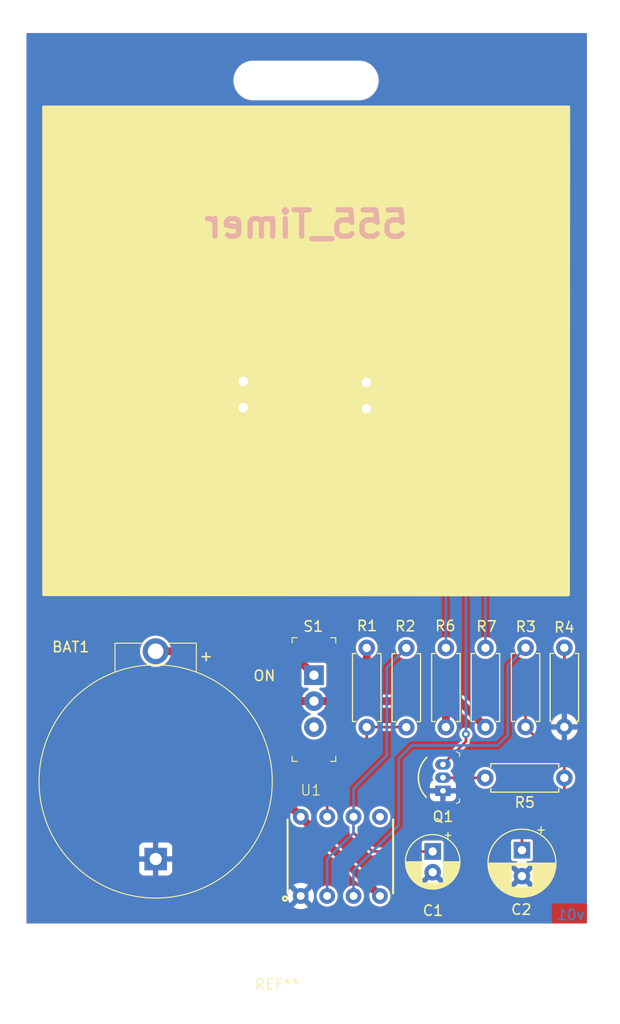
<source format=kicad_pcb>
(kicad_pcb (version 20221018) (generator pcbnew)
  (title_block (title "555_Timer") (rev "v01") (comment 2 "creativecommons.org/licenses/by/4.0/") (comment 3 "License: CC BY 4.0") (comment 4 "Author: PM"))
  (layers (0 "F.Cu" signal) (31 "B.Cu" signal) (34 "B.Paste" user) (35 "F.Paste" user) (36 "B.SilkS" user "B.Silkscreen") (37 "F.SilkS" user "F.Silkscreen") (38 "B.Mask" user) (39 "F.Mask" user) (44 "Edge.Cuts" user))
  (net 0 "")
  (net 1 "GND")
  (net 2 "Net-(BAT1-PadPos)")
  (net 3 "Net-(U1-THRESH)")
  (net 4 "Net-(C2-Pad1)")
  (net 5 "Net-(D1-K)")
  (net 6 "Net-(D1-A)")
  (net 7 "Net-(D2-A)")
  (net 8 "Net-(Q1-B)")
  (net 9 "VCC")
  (net 10 "Net-(U1-DIS)")
  (net 11 "Net-(U1-OUT)")
  (footprint "Resistor_THT:R_Axial_DIN0207_L6.3mm_D2.5mm_P7.62mm_Horizontal" (layer "F.Cu") (at 163.576 108.1024 90)
    (fp_text reference "R2" (at 9.7282 -0.1016 180) (layer "F.SilkS"))
    (fp_text value "330k")
    (fp_line (start 0.54 -1.37) (end 7.08 -1.37) (stroke (width 0.12)) (layer "F.SilkS"))
    (fp_line (start 0.54 -1.04) (end 0.54 -1.37) (stroke (width 0.12)) (layer "F.SilkS"))
    (fp_line (start 0.54 1.04) (end 0.54 1.37) (stroke (width 0.12)) (layer "F.SilkS"))
    (fp_line (start 0.54 1.37) (end 7.08 1.37) (stroke (width 0.12)) (layer "F.SilkS"))
    (fp_line (start 7.08 -1.37) (end 7.08 -1.04) (stroke (width 0.12)) (layer "F.SilkS"))
    (fp_line (start 7.08 1.37) (end 7.08 1.04) (stroke (width 0.12)) (layer "F.SilkS"))
    (pad "1" thru_hole circle (at 0 0 90) (size 1.6 1.6) (drill 0.8) (layers "*.Cu" "*.Mask") (net 10 "Net-(U1-DIS)"))
    (pad "2" thru_hole oval (at 7.62 0 90) (size 1.6 1.6) (drill 0.8) (layers "*.Cu" "*.Mask") (net 3 "Net-(U1-THRESH)"))
  )
  (footprint "Capacitor_THT:CP_Radial_D5.0mm_P2.00mm" (layer "F.Cu") (at 166.116 120.0597 -90)
    (fp_text reference "C1" (at 5.6957 -0.0254 -180) (layer "F.SilkS"))
    (fp_text value "10uF")
    (fp_line (start -1.804775 -1.475) (end -1.304775 -1.475) (stroke (width 0.12)) (layer "F.SilkS"))
    (fp_line (start -1.554775 -1.725) (end -1.554775 -1.225) (stroke (width 0.12)) (layer "F.SilkS"))
    (fp_line (start 1 -2.58) (end 1 -1.04) (stroke (width 0.12)) (layer "F.SilkS"))
    (fp_line (start 1 1.04) (end 1 2.58) (stroke (width 0.12)) (layer "F.SilkS"))
    (fp_line (start 1.04 -2.58) (end 1.04 -1.04) (stroke (width 0.12)) (layer "F.SilkS"))
    (fp_line (start 1.04 1.04) (end 1.04 2.58) (stroke (width 0.12)) (layer "F.SilkS"))
    (fp_line (start 1.08 -2.579) (end 1.08 -1.04) (stroke (width 0.12)) (layer "F.SilkS"))
    (fp_line (start 1.08 1.04) (end 1.08 2.579) (stroke (width 0.12)) (layer "F.SilkS"))
    (fp_line (start 1.12 -2.578) (end 1.12 -1.04) (stroke (width 0.12)) (layer "F.SilkS"))
    (fp_line (start 1.12 1.04) (end 1.12 2.578) (stroke (width 0.12)) (layer "F.SilkS"))
    (fp_line (start 1.16 -2.576) (end 1.16 -1.04) (stroke (width 0.12)) (layer "F.SilkS"))
    (fp_line (start 1.16 1.04) (end 1.16 2.576) (stroke (width 0.12)) (layer "F.SilkS"))
    (fp_line (start 1.2 -2.573) (end 1.2 -1.04) (stroke (width 0.12)) (layer "F.SilkS"))
    (fp_line (start 1.2 1.04) (end 1.2 2.573) (stroke (width 0.12)) (layer "F.SilkS"))
    (fp_line (start 1.24 -2.569) (end 1.24 -1.04) (stroke (width 0.12)) (layer "F.SilkS"))
    (fp_line (start 1.24 1.04) (end 1.24 2.569) (stroke (width 0.12)) (layer "F.SilkS"))
    (fp_line (start 1.28 -2.565) (end 1.28 -1.04) (stroke (width 0.12)) (layer "F.SilkS"))
    (fp_line (start 1.28 1.04) (end 1.28 2.565) (stroke (width 0.12)) (layer "F.SilkS"))
    (fp_line (start 1.32 -2.561) (end 1.32 -1.04) (stroke (width 0.12)) (layer "F.SilkS"))
    (fp_line (start 1.32 1.04) (end 1.32 2.561) (stroke (width 0.12)) (layer "F.SilkS"))
    (fp_line (start 1.36 -2.556) (end 1.36 -1.04) (stroke (width 0.12)) (layer "F.SilkS"))
    (fp_line (start 1.36 1.04) (end 1.36 2.556) (stroke (width 0.12)) (layer "F.SilkS"))
    (fp_line (start 1.4 -2.55) (end 1.4 -1.04) (stroke (width 0.12)) (layer "F.SilkS"))
    (fp_line (start 1.4 1.04) (end 1.4 2.55) (stroke (width 0.12)) (layer "F.SilkS"))
    (fp_line (start 1.44 -2.543) (end 1.44 -1.04) (stroke (width 0.12)) (layer "F.SilkS"))
    (fp_line (start 1.44 1.04) (end 1.44 2.543) (stroke (width 0.12)) (layer "F.SilkS"))
    (fp_line (start 1.48 -2.536) (end 1.48 -1.04) (stroke (width 0.12)) (layer "F.SilkS"))
    (fp_line (start 1.48 1.04) (end 1.48 2.536) (stroke (width 0.12)) (layer "F.SilkS"))
    (fp_line (start 1.52 -2.528) (end 1.52 -1.04) (stroke (width 0.12)) (layer "F.SilkS"))
    (fp_line (start 1.52 1.04) (end 1.52 2.528) (stroke (width 0.12)) (layer "F.SilkS"))
    (fp_line (start 1.56 -2.52) (end 1.56 -1.04) (stroke (width 0.12)) (layer "F.SilkS"))
    (fp_line (start 1.56 1.04) (end 1.56 2.52) (stroke (width 0.12)) (layer "F.SilkS"))
    (fp_line (start 1.6 -2.511) (end 1.6 -1.04) (stroke (width 0.12)) (layer "F.SilkS"))
    (fp_line (start 1.6 1.04) (end 1.6 2.511) (stroke (width 0.12)) (layer "F.SilkS"))
    (fp_line (start 1.64 -2.501) (end 1.64 -1.04) (stroke (width 0.12)) (layer "F.SilkS"))
    (fp_line (start 1.64 1.04) (end 1.64 2.501) (stroke (width 0.12)) (layer "F.SilkS"))
    (fp_line (start 1.68 -2.491) (end 1.68 -1.04) (stroke (width 0.12)) (layer "F.SilkS"))
    (fp_line (start 1.68 1.04) (end 1.68 2.491) (stroke (width 0.12)) (layer "F.SilkS"))
    (fp_line (start 1.721 -2.48) (end 1.721 -1.04) (stroke (width 0.12)) (layer "F.SilkS"))
    (fp_line (start 1.721 1.04) (end 1.721 2.48) (stroke (width 0.12)) (layer "F.SilkS"))
    (fp_line (start 1.761 -2.468) (end 1.761 -1.04) (stroke (width 0.12)) (layer "F.SilkS"))
    (fp_line (start 1.761 1.04) (end 1.761 2.468) (stroke (width 0.12)) (layer "F.SilkS"))
    (fp_line (start 1.801 -2.455) (end 1.801 -1.04) (stroke (width 0.12)) (layer "F.SilkS"))
    (fp_line (start 1.801 1.04) (end 1.801 2.455) (stroke (width 0.12)) (layer "F.SilkS"))
    (fp_line (start 1.841 -2.442) (end 1.841 -1.04) (stroke (width 0.12)) (layer "F.SilkS"))
    (fp_line (start 1.841 1.04) (end 1.841 2.442) (stroke (width 0.12)) (layer "F.SilkS"))
    (fp_line (start 1.881 -2.428) (end 1.881 -1.04) (stroke (width 0.12)) (layer "F.SilkS"))
    (fp_line (start 1.881 1.04) (end 1.881 2.428) (stroke (width 0.12)) (layer "F.SilkS"))
    (fp_line (start 1.921 -2.414) (end 1.921 -1.04) (stroke (width 0.12)) (layer "F.SilkS"))
    (fp_line (start 1.921 1.04) (end 1.921 2.414) (stroke (width 0.12)) (layer "F.SilkS"))
    (fp_line (start 1.961 -2.398) (end 1.961 -1.04) (stroke (width 0.12)) (layer "F.SilkS"))
    (fp_line (start 1.961 1.04) (end 1.961 2.398) (stroke (width 0.12)) (layer "F.SilkS"))
    (fp_line (start 2.001 -2.382) (end 2.001 -1.04) (stroke (width 0.12)) (layer "F.SilkS"))
    (fp_line (start 2.001 1.04) (end 2.001 2.382) (stroke (width 0.12)) (layer "F.SilkS"))
    (fp_line (start 2.041 -2.365) (end 2.041 -1.04) (stroke (width 0.12)) (layer "F.SilkS"))
    (fp_line (start 2.041 1.04) (end 2.041 2.365) (stroke (width 0.12)) (layer "F.SilkS"))
    (fp_line (start 2.081 -2.348) (end 2.081 -1.04) (stroke (width 0.12)) (layer "F.SilkS"))
    (fp_line (start 2.081 1.04) (end 2.081 2.348) (stroke (width 0.12)) (layer "F.SilkS"))
    (fp_line (start 2.121 -2.329) (end 2.121 -1.04) (stroke (width 0.12)) (layer "F.SilkS"))
    (fp_line (start 2.121 1.04) (end 2.121 2.329) (stroke (width 0.12)) (layer "F.SilkS"))
    (fp_line (start 2.161 -2.31) (end 2.161 -1.04) (stroke (width 0.12)) (layer "F.SilkS"))
    (fp_line (start 2.161 1.04) (end 2.161 2.31) (stroke (width 0.12)) (layer "F.SilkS"))
    (fp_line (start 2.201 -2.29) (end 2.201 -1.04) (stroke (width 0.12)) (layer "F.SilkS"))
    (fp_line (start 2.201 1.04) (end 2.201 2.29) (stroke (width 0.12)) (layer "F.SilkS"))
    (fp_line (start 2.241 -2.268) (end 2.241 -1.04) (stroke (width 0.12)) (layer "F.SilkS"))
    (fp_line (start 2.241 1.04) (end 2.241 2.268) (stroke (width 0.12)) (layer "F.SilkS"))
    (fp_line (start 2.281 -2.247) (end 2.281 -1.04) (stroke (width 0.12)) (layer "F.SilkS"))
    (fp_line (start 2.281 1.04) (end 2.281 2.247) (stroke (width 0.12)) (layer "F.SilkS"))
    (fp_line (start 2.321 -2.224) (end 2.321 -1.04) (stroke (width 0.12)) (layer "F.SilkS"))
    (fp_line (start 2.321 1.04) (end 2.321 2.224) (stroke (width 0.12)) (layer "F.SilkS"))
    (fp_line (start 2.361 -2.2) (end 2.361 -1.04) (stroke (width 0.12)) (layer "F.SilkS"))
    (fp_line (start 2.361 1.04) (end 2.361 2.2) (stroke (width 0.12)) (layer "F.SilkS"))
    (fp_line (start 2.401 -2.175) (end 2.401 -1.04) (stroke (width 0.12)) (layer "F.SilkS"))
    (fp_line (start 2.401 1.04) (end 2.401 2.175) (stroke (width 0.12)) (layer "F.SilkS"))
    (fp_line (start 2.441 -2.149) (end 2.441 -1.04) (stroke (width 0.12)) (layer "F.SilkS"))
    (fp_line (start 2.441 1.04) (end 2.441 2.149) (stroke (width 0.12)) (layer "F.SilkS"))
    (fp_line (start 2.481 -2.122) (end 2.481 -1.04) (stroke (width 0.12)) (layer "F.SilkS"))
    (fp_line (start 2.481 1.04) (end 2.481 2.122) (stroke (width 0.12)) (layer "F.SilkS"))
    (fp_line (start 2.521 -2.095) (end 2.521 -1.04) (stroke (width 0.12)) (layer "F.SilkS"))
    (fp_line (start 2.521 1.04) (end 2.521 2.095) (stroke (width 0.12)) (layer "F.SilkS"))
    (fp_line (start 2.561 -2.065) (end 2.561 -1.04) (stroke (width 0.12)) (layer "F.SilkS"))
    (fp_line (start 2.561 1.04) (end 2.561 2.065) (stroke (width 0.12)) (layer "F.SilkS"))
    (fp_line (start 2.601 -2.035) (end 2.601 -1.04) (stroke (width 0.12)) (layer "F.SilkS"))
    (fp_line (start 2.601 1.04) (end 2.601 2.035) (stroke (width 0.12)) (layer "F.SilkS"))
    (fp_line (start 2.641 -2.004) (end 2.641 -1.04) (stroke (width 0.12)) (layer "F.SilkS"))
    (fp_line (start 2.641 1.04) (end 2.641 2.004) (stroke (width 0.12)) (layer "F.SilkS"))
    (fp_line (start 2.681 -1.971) (end 2.681 -1.04) (stroke (width 0.12)) (layer "F.SilkS"))
    (fp_line (start 2.681 1.04) (end 2.681 1.971) (stroke (width 0.12)) (layer "F.SilkS"))
    (fp_line (start 2.721 -1.937) (end 2.721 -1.04) (stroke (width 0.12)) (layer "F.SilkS"))
    (fp_line (start 2.721 1.04) (end 2.721 1.937) (stroke (width 0.12)) (layer "F.SilkS"))
    (fp_line (start 2.761 -1.901) (end 2.761 -1.04) (stroke (width 0.12)) (layer "F.SilkS"))
    (fp_line (start 2.761 1.04) (end 2.761 1.901) (stroke (width 0.12)) (layer "F.SilkS"))
    (fp_line (start 2.801 -1.864) (end 2.801 -1.04) (stroke (width 0.12)) (layer "F.SilkS"))
    (fp_line (start 2.801 1.04) (end 2.801 1.864) (stroke (width 0.12)) (layer "F.SilkS"))
    (fp_line (start 2.841 -1.826) (end 2.841 -1.04) (stroke (width 0.12)) (layer "F.SilkS"))
    (fp_line (start 2.841 1.04) (end 2.841 1.826) (stroke (width 0.12)) (layer "F.SilkS"))
    (fp_line (start 2.881 -1.785) (end 2.881 -1.04) (stroke (width 0.12)) (layer "F.SilkS"))
    (fp_line (start 2.881 1.04) (end 2.881 1.785) (stroke (width 0.12)) (layer "F.SilkS"))
    (fp_line (start 2.921 -1.743) (end 2.921 -1.04) (stroke (width 0.12)) (layer "F.SilkS"))
    (fp_line (start 2.921 1.04) (end 2.921 1.743) (stroke (width 0.12)) (layer "F.SilkS"))
    (fp_line (start 2.961 -1.699) (end 2.961 -1.04) (stroke (width 0.12)) (layer "F.SilkS"))
    (fp_line (start 2.961 1.04) (end 2.961 1.699) (stroke (width 0.12)) (layer "F.SilkS"))
    (fp_line (start 3.001 -1.653) (end 3.001 -1.04) (stroke (width 0.12)) (layer "F.SilkS"))
    (fp_line (start 3.001 1.04) (end 3.001 1.653) (stroke (width 0.12)) (layer "F.SilkS"))
    (fp_line (start 3.041 -1.605) (end 3.041 1.605) (stroke (width 0.12)) (layer "F.SilkS"))
    (fp_line (start 3.081 -1.554) (end 3.081 1.554) (stroke (width 0.12)) (layer "F.SilkS"))
    (fp_line (start 3.121 -1.5) (end 3.121 1.5) (stroke (width 0.12)) (layer "F.SilkS"))
    (fp_line (start 3.161 -1.443) (end 3.161 1.443) (stroke (width 0.12)) (layer "F.SilkS"))
    (fp_line (start 3.201 -1.383) (end 3.201 1.383) (stroke (width 0.12)) (layer "F.SilkS"))
    (fp_line (start 3.241 -1.319) (end 3.241 1.319) (stroke (width 0.12)) (layer "F.SilkS"))
    (fp_line (start 3.281 -1.251) (end 3.281 1.251) (stroke (width 0.12)) (layer "F.SilkS"))
    (fp_line (start 3.321 -1.178) (end 3.321 1.178) (stroke (width 0.12)) (layer "F.SilkS"))
    (fp_line (start 3.361 -1.098) (end 3.361 1.098) (stroke (width 0.12)) (layer "F.SilkS"))
    (fp_line (start 3.401 -1.011) (end 3.401 1.011) (stroke (width 0.12)) (layer "F.SilkS"))
    (fp_line (start 3.441 -0.915) (end 3.441 0.915) (stroke (width 0.12)) (layer "F.SilkS"))
    (fp_line (start 3.481 -0.805) (end 3.481 0.805) (stroke (width 0.12)) (layer "F.SilkS"))
    (fp_line (start 3.521 -0.677) (end 3.521 0.677) (stroke (width 0.12)) (layer "F.SilkS"))
    (fp_line (start 3.561 -0.518) (end 3.561 0.518) (stroke (width 0.12)) (layer "F.SilkS"))
    (fp_line (start 3.601 -0.284) (end 3.601 0.284) (stroke (width 0.12)) (layer "F.SilkS"))
    (fp_circle (center 1 0) (end 3.62 0) (stroke (width 0.12)) (fill none) (layer "F.SilkS"))
    (pad "1" thru_hole rect (at 0 0 270) (size 1.6 1.6) (drill 0.8) (layers "*.Cu" "*.Mask") (net 3 "Net-(U1-THRESH)"))
    (pad "2" thru_hole circle (at 2 0 270) (size 1.6 1.6) (drill 0.8) (layers "*.Cu" "*.Mask") (net 1 "GND"))
  )
  (footprint "555_Timer:ICM7555-PDIP" (layer "F.Cu") (at 157.226 120.5357)
    (fp_text reference "U1" (at -2.8448 -6.3627 unlocked) (layer "F.SilkS") (effects (font (thickness 0.1))))
    (fp_text value "7555")
    (fp_line (start -5.08 -2.54) (end -5.08 2.54) (stroke (width 0.1)) (layer "F.SilkS"))
    (fp_line (start -5.08 3.556) (end -5.08 -3.556) (stroke (width 0.2032)) (layer "F.SilkS"))
    (fp_line (start 5.08 -3.556) (end 5.08 3.556) (stroke (width 0.2032)) (layer "F.SilkS"))
    (fp_circle (center -5.334 4.064) (end -5.1308 4.064) (stroke (width 0.2032)) (fill none) (layer "F.SilkS"))
    (pad "1" thru_hole circle (at -3.81 3.81) (size 1.524 1.524) (drill 0.762) (layers "*.Cu" "*.Mask") (net 1 "GND"))
    (pad "2" thru_hole circle (at -1.27 3.81) (size 1.524 1.524) (drill 0.762) (layers "*.Cu" "*.Mask") (net 3 "Net-(U1-THRESH)"))
    (pad "3" thru_hole circle (at 1.27 3.81) (size 1.524 1.524) (drill 0.762) (layers "*.Cu" "*.Mask") (net 11 "Net-(U1-OUT)"))
    (pad "4" thru_hole circle (at 3.81 3.81) (size 1.524 1.524) (drill 0.762) (layers "*.Cu" "*.Mask") (net 9 "VCC"))
    (pad "5" thru_hole circle (at 3.81 -3.81) (size 1.524 1.524) (drill 0.762) (layers "*.Cu" "*.Mask"))
    (pad "6" thru_hole circle (at 1.27 -3.81) (size 1.524 1.524) (drill 0.762) (layers "*.Cu" "*.Mask") (net 3 "Net-(U1-THRESH)"))
    (pad "7" thru_hole circle (at -1.27 -3.81) (size 1.524 1.524) (drill 0.762) (layers "*.Cu" "*.Mask") (net 10 "Net-(U1-DIS)"))
    (pad "8" thru_hole circle (at -3.81 -3.81) (size 1.524 1.524) (drill 0.762) (layers "*.Cu" "*.Mask") (net 9 "VCC"))
  )
  (footprint "LED_THT:LED_D3.0mm" (layer "F.Cu") (at 147.8788 77.343 90)
    (fp_text reference "D1" (at 1.27 -2.96 90) (layer "F.SilkS"))
    (fp_text value "RED")
    (fp_line (start -0.29 -1.236) (end -0.29 -1.08) (stroke (width 0.12)) (layer "F.SilkS"))
    (fp_line (start -0.29 1.08) (end -0.29 1.236) (stroke (width 0.12)) (layer "F.SilkS"))
    (fp_arc (start -0.29 -1.235516) (mid 1.366487 -1.987659) (end 2.942335 -1.078608) (stroke (width 0.12)) (layer "F.SilkS"))
    (fp_arc (start 0.229039 -1.08) (mid 1.270117 -1.5) (end 2.31113 -1.079837) (stroke (width 0.12)) (layer "F.SilkS"))
    (fp_arc (start 2.31113 1.079837) (mid 1.270117 1.5) (end 0.229039 1.08) (stroke (width 0.12)) (layer "F.SilkS"))
    (fp_arc (start 2.942335 1.078608) (mid 1.366487 1.987659) (end -0.29 1.235516) (stroke (width 0.12)) (layer "F.SilkS"))
    (pad "1" thru_hole rect (at 0 0 90) (size 1.8 1.8) (drill 0.9) (layers "*.Cu" "*.Mask") (net 5 "Net-(D1-K)"))
    (pad "2" thru_hole circle (at 2.54 0 90) (size 1.8 1.8) (drill 0.9) (layers "*.Cu" "*.Mask") (net 6 "Net-(D1-A)"))
  )
  (footprint "Resistor_THT:R_Axial_DIN0207_L6.3mm_D2.5mm_P7.62mm_Horizontal" (layer "F.Cu") (at 159.766 100.4697 -90)
    (fp_text reference "R1" (at -2.1209 -0.0254 -180) (layer "F.SilkS"))
    (fp_text value "22k")
    (fp_line (start 0.54 -1.37) (end 7.08 -1.37) (stroke (width 0.12)) (layer "F.SilkS"))
    (fp_line (start 0.54 -1.04) (end 0.54 -1.37) (stroke (width 0.12)) (layer "F.SilkS"))
    (fp_line (start 0.54 1.04) (end 0.54 1.37) (stroke (width 0.12)) (layer "F.SilkS"))
    (fp_line (start 0.54 1.37) (end 7.08 1.37) (stroke (width 0.12)) (layer "F.SilkS"))
    (fp_line (start 7.08 -1.37) (end 7.08 -1.04) (stroke (width 0.12)) (layer "F.SilkS"))
    (fp_line (start 7.08 1.37) (end 7.08 1.04) (stroke (width 0.12)) (layer "F.SilkS"))
    (pad "1" thru_hole circle (at 0 0 270) (size 1.6 1.6) (drill 0.8) (layers "*.Cu" "*.Mask") (net 9 "VCC"))
    (pad "2" thru_hole oval (at 7.62 0 270) (size 1.6 1.6) (drill 0.8) (layers "*.Cu" "*.Mask") (net 10 "Net-(U1-DIS)"))
  )
  (footprint "Capacitor_THT:CP_Radial_D6.3mm_P2.50mm" (layer "F.Cu") (at 174.7104 119.9374 -90)
    (fp_text reference "C2" (at 5.7164 0.06 -180) (layer "F.SilkS"))
    (fp_text value "100uF")
    (fp_line (start -2.250241 -1.839) (end -1.620241 -1.839) (stroke (width 0.12)) (layer "F.SilkS"))
    (fp_line (start -1.935241 -2.154) (end -1.935241 -1.524) (stroke (width 0.12)) (layer "F.SilkS"))
    (fp_line (start 1.25 -3.23) (end 1.25 3.23) (stroke (width 0.12)) (layer "F.SilkS"))
    (fp_line (start 1.29 -3.23) (end 1.29 3.23) (stroke (width 0.12)) (layer "F.SilkS"))
    (fp_line (start 1.33 -3.23) (end 1.33 3.23) (stroke (width 0.12)) (layer "F.SilkS"))
    (fp_line (start 1.37 -3.228) (end 1.37 3.228) (stroke (width 0.12)) (layer "F.SilkS"))
    (fp_line (start 1.41 -3.227) (end 1.41 3.227) (stroke (width 0.12)) (layer "F.SilkS"))
    (fp_line (start 1.45 -3.224) (end 1.45 3.224) (stroke (width 0.12)) (layer "F.SilkS"))
    (fp_line (start 1.49 -3.222) (end 1.49 -1.04) (stroke (width 0.12)) (layer "F.SilkS"))
    (fp_line (start 1.49 1.04) (end 1.49 3.222) (stroke (width 0.12)) (layer "F.SilkS"))
    (fp_line (start 1.53 -3.218) (end 1.53 -1.04) (stroke (width 0.12)) (layer "F.SilkS"))
    (fp_line (start 1.53 1.04) (end 1.53 3.218) (stroke (width 0.12)) (layer "F.SilkS"))
    (fp_line (start 1.57 -3.215) (end 1.57 -1.04) (stroke (width 0.12)) (layer "F.SilkS"))
    (fp_line (start 1.57 1.04) (end 1.57 3.215) (stroke (width 0.12)) (layer "F.SilkS"))
    (fp_line (start 1.61 -3.211) (end 1.61 -1.04) (stroke (width 0.12)) (layer "F.SilkS"))
    (fp_line (start 1.61 1.04) (end 1.61 3.211) (stroke (width 0.12)) (layer "F.SilkS"))
    (fp_line (start 1.65 -3.206) (end 1.65 -1.04) (stroke (width 0.12)) (layer "F.SilkS"))
    (fp_line (start 1.65 1.04) (end 1.65 3.206) (stroke (width 0.12)) (layer "F.SilkS"))
    (fp_line (start 1.69 -3.201) (end 1.69 -1.04) (stroke (width 0.12)) (layer "F.SilkS"))
    (fp_line (start 1.69 1.04) (end 1.69 3.201) (stroke (width 0.12)) (layer "F.SilkS"))
    (fp_line (start 1.73 -3.195) (end 1.73 -1.04) (stroke (width 0.12)) (layer "F.SilkS"))
    (fp_line (start 1.73 1.04) (end 1.73 3.195) (stroke (width 0.12)) (layer "F.SilkS"))
    (fp_line (start 1.77 -3.189) (end 1.77 -1.04) (stroke (width 0.12)) (layer "F.SilkS"))
    (fp_line (start 1.77 1.04) (end 1.77 3.189) (stroke (width 0.12)) (layer "F.SilkS"))
    (fp_line (start 1.81 -3.182) (end 1.81 -1.04) (stroke (width 0.12)) (layer "F.SilkS"))
    (fp_line (start 1.81 1.04) (end 1.81 3.182) (stroke (width 0.12)) (layer "F.SilkS"))
    (fp_line (start 1.85 -3.175) (end 1.85 -1.04) (stroke (width 0.12)) (layer "F.SilkS"))
    (fp_line (start 1.85 1.04) (end 1.85 3.175) (stroke (width 0.12)) (layer "F.SilkS"))
    (fp_line (start 1.89 -3.167) (end 1.89 -1.04) (stroke (width 0.12)) (layer "F.SilkS"))
    (fp_line (start 1.89 1.04) (end 1.89 3.167) (stroke (width 0.12)) (layer "F.SilkS"))
    (fp_line (start 1.93 -3.159) (end 1.93 -1.04) (stroke (width 0.12)) (layer "F.SilkS"))
    (fp_line (start 1.93 1.04) (end 1.93 3.159) (stroke (width 0.12)) (layer "F.SilkS"))
    (fp_line (start 1.971 -3.15) (end 1.971 -1.04) (stroke (width 0.12)) (layer "F.SilkS"))
    (fp_line (start 1.971 1.04) (end 1.971 3.15) (stroke (width 0.12)) (layer "F.SilkS"))
    (fp_line (start 2.011 -3.141) (end 2.011 -1.04) (stroke (width 0.12)) (layer "F.SilkS"))
    (fp_line (start 2.011 1.04) (end 2.011 3.141) (stroke (width 0.12)) (layer "F.SilkS"))
    (fp_line (start 2.051 -3.131) (end 2.051 -1.04) (stroke (width 0.12)) (layer "F.SilkS"))
    (fp_line (start 2.051 1.04) (end 2.051 3.131) (stroke (width 0.12)) (layer "F.SilkS"))
    (fp_line (start 2.091 -3.121) (end 2.091 -1.04) (stroke (width 0.12)) (layer "F.SilkS"))
    (fp_line (start 2.091 1.04) (end 2.091 3.121) (stroke (width 0.12)) (layer "F.SilkS"))
    (fp_line (start 2.131 -3.11) (end 2.131 -1.04) (stroke (width 0.12)) (layer "F.SilkS"))
    (fp_line (start 2.131 1.04) (end 2.131 3.11) (stroke (width 0.12)) (layer "F.SilkS"))
    (fp_line (start 2.171 -3.098) (end 2.171 -1.04) (stroke (width 0.12)) (layer "F.SilkS"))
    (fp_line (start 2.171 1.04) (end 2.171 3.098) (stroke (width 0.12)) (layer "F.SilkS"))
    (fp_line (start 2.211 -3.086) (end 2.211 -1.04) (stroke (width 0.12)) (layer "F.SilkS"))
    (fp_line (start 2.211 1.04) (end 2.211 3.086) (stroke (width 0.12)) (layer "F.SilkS"))
    (fp_line (start 2.251 -3.074) (end 2.251 -1.04) (stroke (width 0.12)) (layer "F.SilkS"))
    (fp_line (start 2.251 1.04) (end 2.251 3.074) (stroke (width 0.12)) (layer "F.SilkS"))
    (fp_line (start 2.291 -3.061) (end 2.291 -1.04) (stroke (width 0.12)) (layer "F.SilkS"))
    (fp_line (start 2.291 1.04) (end 2.291 3.061) (stroke (width 0.12)) (layer "F.SilkS"))
    (fp_line (start 2.331 -3.047) (end 2.331 -1.04) (stroke (width 0.12)) (layer "F.SilkS"))
    (fp_line (start 2.331 1.04) (end 2.331 3.047) (stroke (width 0.12)) (layer "F.SilkS"))
    (fp_line (start 2.371 -3.033) (end 2.371 -1.04) (stroke (width 0.12)) (layer "F.SilkS"))
    (fp_line (start 2.371 1.04) (end 2.371 3.033) (stroke (width 0.12)) (layer "F.SilkS"))
    (fp_line (start 2.411 -3.018) (end 2.411 -1.04) (stroke (width 0.12)) (layer "F.SilkS"))
    (fp_line (start 2.411 1.04) (end 2.411 3.018) (stroke (width 0.12)) (layer "F.SilkS"))
    (fp_line (start 2.451 -3.002) (end 2.451 -1.04) (stroke (width 0.12)) (layer "F.SilkS"))
    (fp_line (start 2.451 1.04) (end 2.451 3.002) (stroke (width 0.12)) (layer "F.SilkS"))
    (fp_line (start 2.491 -2.986) (end 2.491 -1.04) (stroke (width 0.12)) (layer "F.SilkS"))
    (fp_line (start 2.491 1.04) (end 2.491 2.986) (stroke (width 0.12)) (layer "F.SilkS"))
    (fp_line (start 2.531 -2.97) (end 2.531 -1.04) (stroke (width 0.12)) (layer "F.SilkS"))
    (fp_line (start 2.531 1.04) (end 2.531 2.97) (stroke (width 0.12)) (layer "F.SilkS"))
    (fp_line (start 2.571 -2.952) (end 2.571 -1.04) (stroke (width 0.12)) (layer "F.SilkS"))
    (fp_line (start 2.571 1.04) (end 2.571 2.952) (stroke (width 0.12)) (layer "F.SilkS"))
    (fp_line (start 2.611 -2.934) (end 2.611 -1.04) (stroke (width 0.12)) (layer "F.SilkS"))
    (fp_line (start 2.611 1.04) (end 2.611 2.934) (stroke (width 0.12)) (layer "F.SilkS"))
    (fp_line (start 2.651 -2.916) (end 2.651 -1.04) (stroke (width 0.12)) (layer "F.SilkS"))
    (fp_line (start 2.651 1.04) (end 2.651 2.916) (stroke (width 0.12)) (layer "F.SilkS"))
    (fp_line (start 2.691 -2.896) (end 2.691 -1.04) (stroke (width 0.12)) (layer "F.SilkS"))
    (fp_line (start 2.691 1.04) (end 2.691 2.896) (stroke (width 0.12)) (layer "F.SilkS"))
    (fp_line (start 2.731 -2.876) (end 2.731 -1.04) (stroke (width 0.12)) (layer "F.SilkS"))
    (fp_line (start 2.731 1.04) (end 2.731 2.876) (stroke (width 0.12)) (layer "F.SilkS"))
    (fp_line (start 2.771 -2.856) (end 2.771 -1.04) (stroke (width 0.12)) (layer "F.SilkS"))
    (fp_line (start 2.771 1.04) (end 2.771 2.856) (stroke (width 0.12)) (layer "F.SilkS"))
    (fp_line (start 2.811 -2.834) (end 2.811 -1.04) (stroke (width 0.12)) (layer "F.SilkS"))
    (fp_line (start 2.811 1.04) (end 2.811 2.834) (stroke (width 0.12)) (layer "F.SilkS"))
    (fp_line (start 2.851 -2.812) (end 2.851 -1.04) (stroke (width 0.12)) (layer "F.SilkS"))
    (fp_line (start 2.851 1.04) (end 2.851 2.812) (stroke (width 0.12)) (layer "F.SilkS"))
    (fp_line (start 2.891 -2.79) (end 2.891 -1.04) (stroke (width 0.12)) (layer "F.SilkS"))
    (fp_line (start 2.891 1.04) (end 2.891 2.79) (stroke (width 0.12)) (layer "F.SilkS"))
    (fp_line (start 2.931 -2.766) (end 2.931 -1.04) (stroke (width 0.12)) (layer "F.SilkS"))
    (fp_line (start 2.931 1.04) (end 2.931 2.766) (stroke (width 0.12)) (layer "F.SilkS"))
    (fp_line (start 2.971 -2.742) (end 2.971 -1.04) (stroke (width 0.12)) (layer "F.SilkS"))
    (fp_line (start 2.971 1.04) (end 2.971 2.742) (stroke (width 0.12)) (layer "F.SilkS"))
    (fp_line (start 3.011 -2.716) (end 3.011 -1.04) (stroke (width 0.12)) (layer "F.SilkS"))
    (fp_line (start 3.011 1.04) (end 3.011 2.716) (stroke (width 0.12)) (layer "F.SilkS"))
    (fp_line (start 3.051 -2.69) (end 3.051 -1.04) (stroke (width 0.12)) (layer "F.SilkS"))
    (fp_line (start 3.051 1.04) (end 3.051 2.69) (stroke (width 0.12)) (layer "F.SilkS"))
    (fp_line (start 3.091 -2.664) (end 3.091 -1.04) (stroke (width 0.12)) (layer "F.SilkS"))
    (fp_line (start 3.091 1.04) (end 3.091 2.664) (stroke (width 0.12)) (layer "F.SilkS"))
    (fp_line (start 3.131 -2.636) (end 3.131 -1.04) (stroke (width 0.12)) (layer "F.SilkS"))
    (fp_line (start 3.131 1.04) (end 3.131 2.636) (stroke (width 0.12)) (layer "F.SilkS"))
    (fp_line (start 3.171 -2.607) (end 3.171 -1.04) (stroke (width 0.12)) (layer "F.SilkS"))
    (fp_line (start 3.171 1.04) (end 3.171 2.607) (stroke (width 0.12)) (layer "F.SilkS"))
    (fp_line (start 3.211 -2.578) (end 3.211 -1.04) (stroke (width 0.12)) (layer "F.SilkS"))
    (fp_line (start 3.211 1.04) (end 3.211 2.578) (stroke (width 0.12)) (layer "F.SilkS"))
    (fp_line (start 3.251 -2.548) (end 3.251 -1.04) (stroke (width 0.12)) (layer "F.SilkS"))
    (fp_line (start 3.251 1.04) (end 3.251 2.548) (stroke (width 0.12)) (layer "F.SilkS"))
    (fp_line (start 3.291 -2.516) (end 3.291 -1.04) (stroke (width 0.12)) (layer "F.SilkS"))
    (fp_line (start 3.291 1.04) (end 3.291 2.516) (stroke (width 0.12)) (layer "F.SilkS"))
    (fp_line (start 3.331 -2.484) (end 3.331 -1.04) (stroke (width 0.12)) (layer "F.SilkS"))
    (fp_line (start 3.331 1.04) (end 3.331 2.484) (stroke (width 0.12)) (layer "F.SilkS"))
    (fp_line (start 3.371 -2.45) (end 3.371 -1.04) (stroke (width 0.12)) (layer "F.SilkS"))
    (fp_line (start 3.371 1.04) (end 3.371 2.45) (stroke (width 0.12)) (layer "F.SilkS"))
    (fp_line (start 3.411 -2.416) (end 3.411 -1.04) (stroke (width 0.12)) (layer "F.SilkS"))
    (fp_line (start 3.411 1.04) (end 3.411 2.416) (stroke (width 0.12)) (layer "F.SilkS"))
    (fp_line (start 3.451 -2.38) (end 3.451 -1.04) (stroke (width 0.12)) (layer "F.SilkS"))
    (fp_line (start 3.451 1.04) (end 3.451 2.38) (stroke (width 0.12)) (layer "F.SilkS"))
    (fp_line (start 3.491 -2.343) (end 3.491 -1.04) (stroke (width 0.12)) (layer "F.SilkS"))
    (fp_line (start 3.491 1.04) (end 3.491 2.343) (stroke (width 0.12)) (layer "F.SilkS"))
    (fp_line (start 3.531 -2.305) (end 3.531 -1.04) (stroke (width 0.12)) (layer "F.SilkS"))
    (fp_line (start 3.531 1.04) (end 3.531 2.305) (stroke (width 0.12)) (layer "F.SilkS"))
    (fp_line (start 3.571 -2.265) (end 3.571 2.265) (stroke (width 0.12)) (layer "F.SilkS"))
    (fp_line (start 3.611 -2.224) (end 3.611 2.224) (stroke (width 0.12)) (layer "F.SilkS"))
    (fp_line (start 3.651 -2.182) (end 3.651 2.182) (stroke (width 0.12)) (layer "F.SilkS"))
    (fp_line (start 3.691 -2.137) (end 3.691 2.137) (stroke (width 0.12)) (layer "F.SilkS"))
    (fp_line (start 3.731 -2.092) (end 3.731 2.092) (stroke (width 0.12)) (layer "F.SilkS"))
    (fp_line (start 3.771 -2.044) (end 3.771 2.044) (stroke (width 0.12)) (layer "F.SilkS"))
    (fp_line (start 3.811 -1.995) (end 3.811 1.995) (stroke (width 0.12)) (layer "F.SilkS"))
    (fp_line (start 3.851 -1.944) (end 3.851 1.944) (stroke (width 0.12)) (layer "F.SilkS"))
    (fp_line (start 3.891 -1.89) (end 3.891 1.89) (stroke (width 0.12)) (layer "F.SilkS"))
    (fp_line (start 3.931 -1.834) (end 3.931 1.834) (stroke (width 0.12)) (layer "F.SilkS"))
    (fp_line (start 3.971 -1.776) (end 3.971 1.776) (stroke (width 0.12)) (layer "F.SilkS"))
    (fp_line (start 4.011 -1.714) (end 4.011 1.714) (stroke (width 0.12)) (layer "F.SilkS"))
    (fp_line (start 4.051 -1.65) (end 4.051 1.65) (stroke (width 0.12)) (layer "F.SilkS"))
    (fp_line (start 4.091 -1.581) (end 4.091 1.581) (stroke (width 0.12)) (layer "F.SilkS"))
    (fp_line (start 4.131 -1.509) (end 4.131 1.509) (stroke (width 0.12)) (layer "F.SilkS"))
    (fp_line (start 4.171 -1.432) (end 4.171 1.432) (stroke (width 0.12)) (layer "F.SilkS"))
    (fp_line (start 4.211 -1.35) (end 4.211 1.35) (stroke (width 0.12)) (layer "F.SilkS"))
    (fp_line (start 4.251 -1.262) (end 4.251 1.262) (stroke (width 0.12)) (layer "F.SilkS"))
    (fp_line (start 4.291 -1.165) (end 4.291 1.165) (stroke (width 0.12)) (layer "F.SilkS"))
    (fp_line (start 4.331 -1.059) (end 4.331 1.059) (stroke (width 0.12)) (layer "F.SilkS"))
    (fp_line (start 4.371 -0.94) (end 4.371 0.94) (stroke (width 0.12)) (layer "F.SilkS"))
    (fp_line (start 4.411 -0.802) (end 4.411 0.802) (stroke (width 0.12)) (layer "F.SilkS"))
    (fp_line (start 4.451 -0.633) (end 4.451 0.633) (stroke (width 0.12)) (layer "F.SilkS"))
    (fp_line (start 4.491 -0.402) (end 4.491 0.402) (stroke (width 0.12)) (layer "F.SilkS"))
    (fp_circle (center 1.25 0) (end 4.52 0) (stroke (width 0.12)) (fill none) (layer "F.SilkS"))
    (pad "1" thru_hole rect (at 0 0 270) (size 1.6 1.6) (drill 0.8) (layers "*.Cu" "*.Mask") (net 4 "Net-(C2-Pad1)"))
    (pad "2" thru_hole circle (at 2.5 0 270) (size 1.6 1.6) (drill 0.8) (layers "*.Cu" "*.Mask") (net 1 "GND"))
  )
  (footprint "Resistor_THT:R_Axial_DIN0207_L6.3mm_D2.5mm_P7.62mm_Horizontal" (layer "F.Cu") (at 171.196 108.0897 90)
    (fp_text reference "R7" (at 9.6901 0.1016 180) (layer "F.SilkS"))
    (fp_text value "100")
    (fp_line (start 0.54 -1.37) (end 7.08 -1.37) (stroke (width 0.12)) (layer "F.SilkS"))
    (fp_line (start 0.54 -1.04) (end 0.54 -1.37) (stroke (width 0.12)) (layer "F.SilkS"))
    (fp_line (start 0.54 1.04) (end 0.54 1.37) (stroke (width 0.12)) (layer "F.SilkS"))
    (fp_line (start 0.54 1.37) (end 7.08 1.37) (stroke (width 0.12)) (layer "F.SilkS"))
    (fp_line (start 7.08 -1.37) (end 7.08 -1.04) (stroke (width 0.12)) (layer "F.SilkS"))
    (fp_line (start 7.08 1.37) (end 7.08 1.04) (stroke (width 0.12)) (layer "F.SilkS"))
    (pad "1" thru_hole circle (at 0 0 90) (size 1.6 1.6) (drill 0.8) (layers "*.Cu" "*.Mask") (net 9 "VCC"))
    (pad "2" thru_hole oval (at 7.62 0 90) (size 1.6 1.6) (drill 0.8) (layers "*.Cu" "*.Mask") (net 7 "Net-(D2-A)"))
  )
  (footprint "Resistor_THT:R_Axial_DIN0207_L6.3mm_D2.5mm_P7.62mm_Horizontal" (layer "F.Cu") (at 175.0568 100.457 -90)
    (fp_text reference "R3" (at -2.032 -0.0254 -180) (layer "F.SilkS"))
    (fp_text value "22k")
    (fp_line (start 0.54 -1.37) (end 7.08 -1.37) (stroke (width 0.12)) (layer "F.SilkS"))
    (fp_line (start 0.54 -1.04) (end 0.54 -1.37) (stroke (width 0.12)) (layer "F.SilkS"))
    (fp_line (start 0.54 1.04) (end 0.54 1.37) (stroke (width 0.12)) (layer "F.SilkS"))
    (fp_line (start 0.54 1.37) (end 7.08 1.37) (stroke (width 0.12)) (layer "F.SilkS"))
    (fp_line (start 7.08 -1.37) (end 7.08 -1.04) (stroke (width 0.12)) (layer "F.SilkS"))
    (fp_line (start 7.08 1.37) (end 7.08 1.04) (stroke (width 0.12)) (layer "F.SilkS"))
    (pad "1" thru_hole circle (at 0 0 270) (size 1.6 1.6) (drill 0.8) (layers "*.Cu" "*.Mask") (net 11 "Net-(U1-OUT)"))
    (pad "2" thru_hole oval (at 7.62 0 270) (size 1.6 1.6) (drill 0.8) (layers "*.Cu" "*.Mask") (net 4 "Net-(C2-Pad1)"))
  )
  (footprint "LED_THT:LED_D3.0mm" (layer "F.Cu") (at 159.7406 77.4446 90)
    (fp_text reference "D2" (at 1.27 -2.96 90) (layer "F.SilkS"))
    (fp_text value "RED")
    (fp_line (start -0.29 -1.236) (end -0.29 -1.08) (stroke (width 0.12)) (layer "F.SilkS"))
    (fp_line (start -0.29 1.08) (end -0.29 1.236) (stroke (width 0.12)) (layer "F.SilkS"))
    (fp_arc (start -0.29 -1.235516) (mid 1.366487 -1.987659) (end 2.942335 -1.078608) (stroke (width 0.12)) (layer "F.SilkS"))
    (fp_arc (start 0.229039 -1.08) (mid 1.270117 -1.5) (end 2.31113 -1.079837) (stroke (width 0.12)) (layer "F.SilkS"))
    (fp_arc (start 2.31113 1.079837) (mid 1.270117 1.5) (end 0.229039 1.08) (stroke (width 0.12)) (layer "F.SilkS"))
    (fp_arc (start 2.942335 1.078608) (mid 1.366487 1.987659) (end -0.29 1.235516) (stroke (width 0.12)) (layer "F.SilkS"))
    (pad "1" thru_hole rect (at 0 0 90) (size 1.8 1.8) (drill 0.9) (layers "*.Cu" "*.Mask") (net 5 "Net-(D1-K)"))
    (pad "2" thru_hole circle (at 2.54 0 90) (size 1.8 1.8) (drill 0.9) (layers "*.Cu" "*.Mask") (net 7 "Net-(D2-A)"))
  )
  (footprint "digikey-footprints:Switch_Slide_11.6x4mm_EG1218" (layer "F.Cu") (at 154.686 103.0897 -90)
    (fp_text reference "S1" (at -4.6901 0.0762 -180) (layer "F.SilkS"))
    (fp_text value "EG1218")
    (fp_line (start -3.6 -2.1) (end -3.6 -1.6) (stroke (width 0.1)) (layer "F.SilkS"))
    (fp_line (start -3.6 -2.1) (end -3.1 -2.1) (stroke (width 0.1)) (layer "F.SilkS"))
    (fp_line (start -3.6 2.1) (end -3.6 1.6) (stroke (width 0.1)) (layer "F.SilkS"))
    (fp_line (start -3.6 2.1) (end -3.1 2.1) (stroke (width 0.1)) (layer "F.SilkS"))
    (fp_line (start 8.3 -2.1) (end 7.8 -2.1) (stroke (width 0.1)) (layer "F.SilkS"))
    (fp_line (start 8.3 -2.1) (end 8.3 -1.6) (stroke (width 0.1)) (layer "F.SilkS"))
    (fp_line (start 8.3 2.1) (end 7.8 2.1) (stroke (width 0.1)) (layer "F.SilkS"))
    (fp_line (start 8.3 2.1) (end 8.3 1.6) (stroke (width 0.1)) (layer "F.SilkS"))
    (pad "1" thru_hole rect (at 0 0 270) (size 1.9 1.9) (drill 0.9) (layers "*.Cu" "*.Mask") (net 2 "Net-(BAT1-PadPos)"))
    (pad "2" thru_hole circle (at 2.5 0 270) (size 1.9 1.9) (drill 0.9) (layers "*.Cu" "*.Mask") (net 9 "VCC"))
    (pad "3" thru_hole circle (at 5 0 270) (size 1.9 1.9) (drill 0.9) (layers "*.Cu" "*.Mask"))
  )
  (footprint "Resistor_THT:R_Axial_DIN0207_L6.3mm_D2.5mm_P7.62mm_Horizontal" (layer "F.Cu") (at 178.7906 100.457 -90)
    (fp_text reference "R4" (at -1.9558 0 -180) (layer "F.SilkS"))
    (fp_text value "100k")
    (fp_line (start 0.54 -1.37) (end 7.08 -1.37) (stroke (width 0.12)) (layer "F.SilkS"))
    (fp_line (start 0.54 -1.04) (end 0.54 -1.37) (stroke (width 0.12)) (layer "F.SilkS"))
    (fp_line (start 0.54 1.04) (end 0.54 1.37) (stroke (width 0.12)) (layer "F.SilkS"))
    (fp_line (start 0.54 1.37) (end 7.08 1.37) (stroke (width 0.12)) (layer "F.SilkS"))
    (fp_line (start 7.08 -1.37) (end 7.08 -1.04) (stroke (width 0.12)) (layer "F.SilkS"))
    (fp_line (start 7.08 1.37) (end 7.08 1.04) (stroke (width 0.12)) (layer "F.SilkS"))
    (pad "1" thru_hole circle (at 0 0 270) (size 1.6 1.6) (drill 0.8) (layers "*.Cu" "*.Mask") (net 4 "Net-(C2-Pad1)"))
    (pad "2" thru_hole oval (at 7.62 0 270) (size 1.6 1.6) (drill 0.8) (layers "*.Cu" "*.Mask") (net 1 "GND"))
  )
  (footprint "digikey-footprints:TO-92-3" (layer "F.Cu") (at 167.1066 114.2238 90)
    (fp_text reference "Q1" (at -2.4892 0 180) (layer "F.SilkS"))
    (fp_text value "2N3904")
    (fp_line (start -1.08 1.6) (end -1.23 1.3) (stroke (width 0.1)) (layer "F.SilkS"))
    (fp_line (start -0.78 1.6) (end -1.08 1.6) (stroke (width 0.1)) (layer "F.SilkS"))
    (fp_line (start 3.62 1.6) (end 3.32 1.6) (stroke (width 0.1)) (layer "F.SilkS"))
    (fp_line (start 3.62 1.6) (end 3.77 1.3) (stroke (width 0.1)) (layer "F.SilkS"))
    (fp_arc (start -0.63 -1.6) (mid 1.305355 -2.372361) (end 3.22 -1.55) (stroke (width 0.15)) (layer "F.SilkS"))
    (pad "1" thru_hole rect (at 0 0 270) (size 1 1.5) (drill 0.55) (layers "*.Cu" "*.Mask") (net 1 "GND"))
    (pad "2" thru_hole oval (at 1.27 0 270) (size 1 1.5) (drill 0.55) (layers "*.Cu" "*.Mask") (net 8 "Net-(Q1-B)"))
    (pad "3" thru_hole oval (at 2.54 0 270) (size 1 1.5) (drill 0.55) (layers "*.Cu" "*.Mask") (net 5 "Net-(D1-K)"))
  )
  (footprint "555_Timer:ICM7555-PDIP" (layer "F.Cu") (at 151.13 133.35)
    (fp_text reference "REF**" (at 0 -0.5 unlocked) (layer "F.SilkS") (effects (font (thickness 0.1))))
    (fp_text value "ICM7555-PDIP")
  )
  (footprint "Resistor_THT:R_Axial_DIN0207_L6.3mm_D2.5mm_P7.62mm_Horizontal" (layer "F.Cu") (at 167.386 108.0897 90)
    (fp_text reference "R6" (at 9.7409 -0.0508 180) (layer "F.SilkS"))
    (fp_text value "100")
    (fp_line (start 0.54 -1.37) (end 7.08 -1.37) (stroke (width 0.12)) (layer "F.SilkS"))
    (fp_line (start 0.54 -1.04) (end 0.54 -1.37) (stroke (width 0.12)) (layer "F.SilkS"))
    (fp_line (start 0.54 1.04) (end 0.54 1.37) (stroke (width 0.12)) (layer "F.SilkS"))
    (fp_line (start 0.54 1.37) (end 7.08 1.37) (stroke (width 0.12)) (layer "F.SilkS"))
    (fp_line (start 7.08 -1.37) (end 7.08 -1.04) (stroke (width 0.12)) (layer "F.SilkS"))
    (fp_line (start 7.08 1.37) (end 7.08 1.04) (stroke (width 0.12)) (layer "F.SilkS"))
    (pad "1" thru_hole circle (at 0 0 90) (size 1.6 1.6) (drill 0.8) (layers "*.Cu" "*.Mask") (net 9 "VCC"))
    (pad "2" thru_hole oval (at 7.62 0 90) (size 1.6 1.6) (drill 0.8) (layers "*.Cu" "*.Mask") (net 6 "Net-(D1-A)"))
  )
  (footprint "Resistor_THT:R_Axial_DIN0207_L6.3mm_D2.5mm_P7.62mm_Horizontal" (layer "F.Cu") (at 178.7906 112.9792 180)
    (fp_text reference "R5" (at 3.81 -2.37) (layer "F.SilkS"))
    (fp_text value "10k")
    (fp_line (start 0.54 -1.37) (end 7.08 -1.37) (stroke (width 0.12)) (layer "F.SilkS"))
    (fp_line (start 0.54 -1.04) (end 0.54 -1.37) (stroke (width 0.12)) (layer "F.SilkS"))
    (fp_line (start 0.54 1.04) (end 0.54 1.37) (stroke (width 0.12)) (layer "F.SilkS"))
    (fp_line (start 0.54 1.37) (end 7.08 1.37) (stroke (width 0.12)) (layer "F.SilkS"))
    (fp_line (start 7.08 -1.37) (end 7.08 -1.04) (stroke (width 0.12)) (layer "F.SilkS"))
    (fp_line (start 7.08 1.37) (end 7.08 1.04) (stroke (width 0.12)) (layer "F.SilkS"))
    (pad "1" thru_hole circle (at 0 0 180) (size 1.6 1.6) (drill 0.8) (layers "*.Cu" "*.Mask") (net 4 "Net-(C2-Pad1)"))
    (pad "2" thru_hole oval (at 7.62 0 180) (size 1.6 1.6) (drill 0.8) (layers "*.Cu" "*.Mask") (net 8 "Net-(Q1-B)"))
  )
  (footprint "digikey-footprints:Battery_Holder_Coin_2032_BS-7" (layer "F.Cu") (at 139.446 120.7897 90)
    (fp_text reference "BAT1" (at 20.4089 -8.1788 180) (layer "F.SilkS"))
    (fp_text value "BS-7")
    (fp_line (start 18.034 -3.9116) (end 20.7772 -3.9116) (stroke (width 0.1)) (layer "F.SilkS"))
    (fp_line (start 18.034 3.9116) (end 20.7772 3.9116) (stroke (width 0.1)) (layer "F.SilkS"))
    (fp_line (start 20.7772 -3.9116) (end 20.7772 -1.0668) (stroke (width 0.1)) (layer "F.SilkS"))
    (fp_line (start 20.7772 3.9116) (end 20.7772 1.0668) (stroke (width 0.1)) (layer "F.SilkS"))
    (fp_circle (center 7.4676 0) (end -3.7592 0) (stroke (width 0.1)) (fill none) (layer "F.SilkS"))
    (pad "Neg" thru_hole rect (at 0 0 90) (size 2.17 2.17) (drill 1.17) (layers "*.Cu" "*.Mask") (net 1 "GND"))
    (pad "Pos" thru_hole circle (at 20 0 90) (size 2.5 2.5) (drill 1.5) (layers "*.Cu" "*.Mask") (net 2 "Net-(BAT1-PadPos)"))
  )
  (gr_line (start 159.004 47.752) (end 148.844 47.752) (stroke (width 0.0254)) (layer "Edge.Cuts"))
  (gr_line (start 127 41.275) (end 180.975 41.275) (stroke (width 0.0254)) (layer "Edge.Cuts"))
  (gr_line (start 180.975 41.275) (end 180.975 127) (stroke (width 0.0254)) (layer "Edge.Cuts"))
  (gr_arc (start 148.844 47.752) (mid 146.939 45.847) (end 148.844 43.942) (stroke (width 0.0254)) (layer "Edge.Cuts"))
  (gr_line (start 148.844 43.942) (end 159.004 43.942) (stroke (width 0.0254)) (layer "Edge.Cuts"))
  (gr_line (start 127 41.275) (end 127 127) (stroke (width 0.0254)) (layer "Edge.Cuts"))
  (gr_arc (start 159.004 43.942) (mid 160.909 45.847) (end 159.004 47.752) (stroke (width 0.0254)) (layer "Edge.Cuts"))
  (gr_line (start 127 127) (end 180.975 127) (stroke (width 0.0254)) (layer "Edge.Cuts"))
  (gr_text "v01" (at 179.4002 126.1618) (layer "B.Cu") (effects (font (size 1 1)) (justify mirror)))
  (gr_text "555_Timer" (at 153.924 59.69) (layer "B.SilkS") (effects (font (size 2.54 2.54) (thickness 0.508) bold) (justify mirror)))
  (gr_text "ON" (at 148.7678 103.7336) (layer "F.SilkS") (effects (font (size 1 1)) (justify left bottom)))
  (gr_text "+" (at 143.5862 101.8286) (layer "F.SilkS") (effects (font (size 1 1)) (justify left bottom)))
  (segment (start 139.446 100.7897) (end 152.386 100.7897) (width 0.762) (layer "F.Cu") (net 2))
  (segment (start 152.386 100.7897) (end 154.686 103.0897) (width 0.762) (layer "F.Cu") (net 2))
  (segment (start 158.496 118.2502) (end 158.496 116.7257) (width 0.254) (layer "F.Cu") (net 3))
  (segment (start 160.3055 120.0597) (end 166.116 120.0597) (width 0.254) (layer "F.Cu") (net 3))
  (segment (start 160.3055 120.0597) (end 158.496 118.2502) (width 0.254) (layer "F.Cu") (net 3))
  (segment (start 163.576 100.4824) (end 161.6964 102.362) (width 0.254) (layer "B.Cu") (net 3))
  (segment (start 155.956 124.3457) (end 155.956 120.777) (width 0.254) (layer "B.Cu") (net 3))
  (segment (start 161.6964 102.362) (end 161.6964 110.8202) (width 0.254) (layer "B.Cu") (net 3))
  (segment (start 158.4706 118.3132) (end 158.496 118.2878) (width 0.254) (layer "B.Cu") (net 3))
  (segment (start 158.496 114.0206) (end 158.496 116.7257) (width 0.254) (layer "B.Cu") (net 3))
  (segment (start 161.6964 110.8202) (end 158.496 114.0206) (width 0.254) (layer "B.Cu") (net 3))
  (segment (start 155.956 120.777) (end 158.4706 118.3132) (width 0.254) (layer "B.Cu") (net 3))
  (segment (start 158.496 118.2878) (end 158.496 116.7257) (width 0.254) (layer "B.Cu") (net 3))
  (segment (start 174.7104 119.9374) (end 174.7104 118.5072) (width 0.254) (layer "F.Cu") (net 4))
  (segment (start 175.0568 106.1212) (end 178.816 102.362) (width 0.254) (layer "F.Cu") (net 4))
  (segment (start 174.7104 118.5072) (end 178.7906 114.427) (width 0.254) (layer "F.Cu") (net 4))
  (segment (start 178.816 102.362) (end 178.7906 102.3366) (width 0.254) (layer "F.Cu") (net 4))
  (segment (start 178.7906 114.427) (end 178.7906 112.9792) (width 0.254) (layer "F.Cu") (net 4))
  (segment (start 178.7906 111.8108) (end 175.0568 108.077) (width 0.254) (layer "F.Cu") (net 4))
  (segment (start 175.0568 108.077) (end 175.0568 106.1212) (width 0.254) (layer "F.Cu") (net 4))
  (segment (start 178.7906 102.3366) (end 178.7906 100.457) (width 0.254) (layer "F.Cu") (net 4))
  (segment (start 178.7906 112.9792) (end 178.7906 111.8108) (width 0.254) (layer "F.Cu") (net 4))
  (segment (start 169.3164 108.7628) (end 169.3164 109.474) (width 0.254) (layer "F.Cu") (net 5))
  (segment (start 169.3164 109.474) (end 167.1066 111.6838) (width 0.254) (layer "F.Cu") (net 5))
  (via (at 169.3164 108.7628) (size 0.762) (drill 0.381) (layers "F.Cu" "B.Cu") (net 5))
  (segment (start 159.7406 77.4446) (end 147.9804 77.4446) (width 0.254) (layer "B.Cu") (net 5))
  (segment (start 169.3164 79.4004) (end 167.3606 77.4446) (width 0.254) (layer "B.Cu") (net 5))
  (segment (start 167.3606 77.4446) (end 159.7406 77.4446) (width 0.254) (layer "B.Cu") (net 5))
  (segment (start 147.9804 77.4446) (end 147.8788 77.343) (width 0.254) (layer "B.Cu") (net 5))
  (segment (start 169.3164 108.7628) (end 169.3164 79.4004) (width 0.254) (layer "B.Cu") (net 5))
  (segment (start 164.1856 79.883) (end 167.386 83.0834) (width 0.254) (layer "B.Cu") (net 6))
  (segment (start 167.386 83.0834) (end 167.386 100.4697) (width 0.254) (layer "B.Cu") (net 6))
  (segment (start 139.954 76.0476) (end 139.954 78.4352) (width 0.254) (layer "B.Cu") (net 6))
  (segment (start 141.4018 79.883) (end 164.1856 79.883) (width 0.254) (layer "B.Cu") (net 6))
  (segment (start 147.8788 74.803) (end 141.1986 74.803) (width 0.254) (layer "B.Cu") (net 6))
  (segment (start 141.1986 74.803) (end 139.954 76.0476) (width 0.254) (layer "B.Cu") (net 6))
  (segment (start 139.954 78.4352) (end 141.4018 79.883) (width 0.254) (layer "B.Cu") (net 6))
  (segment (start 166.751 74.9046) (end 159.7406 74.9046) (width 0.254) (layer "B.Cu") (net 7))
  (segment (start 171.196 79.3496) (end 166.751 74.9046) (width 0.254) (layer "B.Cu") (net 7))
  (segment (start 171.196 100.4697) (end 171.196 79.3496) (width 0.254) (layer "B.Cu") (net 7))
  (segment (start 167.132 112.9792) (end 167.1066 112.9538) (width 0.254) (layer "F.Cu") (net 8))
  (segment (start 171.1706 112.9792) (end 167.132 112.9792) (width 0.254) (layer "F.Cu") (net 8))
  (segment (start 154.686 105.5897) (end 160.02 105.5897) (width 0.762) (layer "F.Cu") (net 9))
  (segment (start 159.766 105.3357) (end 160.02 105.5897) (width 0.762) (layer "F.Cu") (net 9))
  (segment (start 151.638 107.188) (end 151.638 114.9477) (width 0.762) (layer "F.Cu") (net 9))
  (segment (start 153.416 116.7257) (end 161.036 124.3457) (width 0.762) (layer "F.Cu") (net 9))
  (segment (start 160.02 105.5897) (end 167.513 105.5897) (width 0.762) (layer "F.Cu") (net 9))
  (segment (start 168.696 105.5897) (end 171.196 108.0897) (width 0.762) (layer "F.Cu") (net 9))
  (segment (start 167.513 105.5897) (end 168.696 105.5897) (width 0.762) (layer "F.Cu") (net 9))
  (segment (start 167.386 105.7167) (end 167.386 108.0897) (width 0.762) (layer "F.Cu") (net 9))
  (segment (start 159.766 100.4697) (end 159.766 105.3357) (width 0.762) (layer "F.Cu") (net 9))
  (segment (start 153.2363 105.5897) (end 151.638 107.188) (width 0.762) (layer "F.Cu") (net 9))
  (segment (start 167.513 105.5897) (end 167.386 105.7167) (width 0.762) (layer "F.Cu") (net 9))
  (segment (start 151.638 114.9477) (end 153.416 116.7257) (width 0.762) (layer "F.Cu") (net 9))
  (segment (start 154.686 105.5897) (end 153.2363 105.5897) (width 0.762) (layer "F.Cu") (net 9))
  (segment (start 163.5633 108.0897) (end 163.576 108.1024) (width 0.254) (layer "F.Cu") (net 10))
  (segment (start 155.956 115.062) (end 159.766 111.252) (width 0.254) (layer "F.Cu") (net 10))
  (segment (start 155.956 116.7257) (end 155.956 115.062) (width 0.254) (layer "F.Cu") (net 10))
  (segment (start 159.766 111.252) (end 159.766 108.0897) (width 0.254) (layer "F.Cu") (net 10))
  (segment (start 159.766 108.0897) (end 163.5633 108.0897) (width 0.254) (layer "F.Cu") (net 10))
  (segment (start 173.355 102.1588) (end 175.0568 100.457) (width 0.254) (layer "B.Cu") (net 11))
  (segment (start 172.3644 109.855) (end 173.355 108.8644) (width 0.254) (layer "B.Cu") (net 11))
  (segment (start 162.8394 117.5512) (end 162.8394 111.125) (width 0.254) (layer "B.Cu") (net 11))
  (segment (start 173.355 108.8644) (end 173.355 102.1588) (width 0.254) (layer "B.Cu") (net 11))
  (segment (start 164.1094 109.855) (end 172.3644 109.855) (width 0.254) (layer "B.Cu") (net 11))
  (segment (start 158.496 124.3457) (end 158.496 121.8946) (width 0.254) (layer "B.Cu") (net 11))
  (segment (start 164.1094 109.855) (end 162.8394 111.125) (width 0.254) (layer "B.Cu") (net 11))
  (segment (start 158.496 121.8946) (end 162.8394 117.5512) (width 0.254) (layer "B.Cu") (net 11))
  (zone (net 1) (net_name "GND") (layer "F.Cu") (connect_pads (clearance 0.254)) (min_thickness 0.254) (fill yes (thermal_gap 0.508) (thermal_bridge_width 0.508))
    (polygon (pts (xy 182.88 128.27) (xy 125.73 128.27) (xy 125.73 39.37) (xy 182.88 39.37)))
  )
  (zone (net 1) (net_name "GND") (layer "B.Cu") (priority 1) (connect_pads (clearance 0.254)) (min_thickness 0.254) (fill yes (thermal_gap 0.508) (thermal_bridge_width 0.508))
    (polygon (pts (xy 124.46 129.54) (xy 124.46 38.1) (xy 184.15 38.1) (xy 184.15 129.54)))
  )
  (zone (net 0) (net_name "") (layer "F.SilkS") (connect_pads (clearance 0.254)) (min_thickness 0.254) (fill yes (thermal_gap 0.508) (thermal_bridge_width 0.508))
    (polygon (pts (xy 179.3494 48.2854) (xy 179.324 95.504) (xy 128.524 95.4786) (xy 128.524 48.26) (xy 179.451 48.26)))
  )
)
</source>
